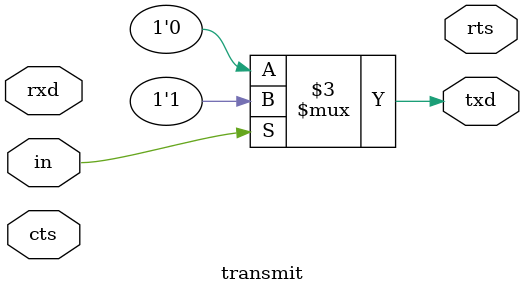
<source format=v>
module transmit(rxd, rts, txd, cts, in);

	input rxd, cts, in;
	output txd, rts;
	
	always
	begin
	
		if (in)
			txd = 1;
		else 
			txd = 0;
	
	end
	

endmodule

</source>
